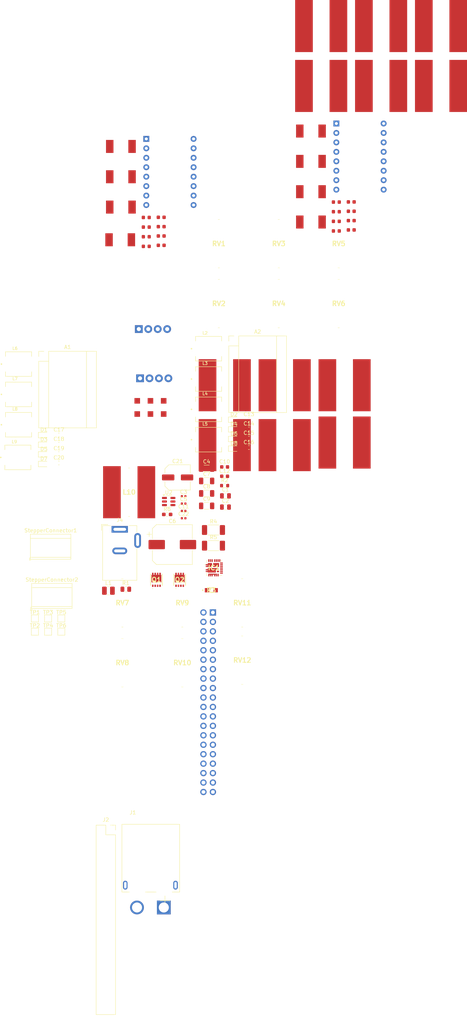
<source format=kicad_pcb>
(kicad_pcb (version 20240108) (generator "pcbnew") (generator_version "8.0")
  (layers (0 "F.Cu" signal) (1 "In1.Cu" signal) (2 "In2.Cu" signal) (31 "B.Cu" signal) (34 "B.Paste" user) (35 "F.Paste" user) (36 "B.SilkS" user "B.Silkscreen") (37 "F.SilkS" user "F.Silkscreen") (38 "B.Mask" user) (39 "F.Mask" user) (44 "Edge.Cuts" user))
  (net 0 "")
  (net 1 "GND")
  (net 2 "+3V3")
  (net 3 "Net-(A1-1A)")
  (net 4 "/+BATTV")
  (net 5 "Net-(A1-2A)")
  (net 6 "Net-(A1-1B)")
  (net 7 "/Step1")
  (net 8 "Net-(A1-2B)")
  (net 9 "/Dir1")
  (net 10 "/Step2")
  (net 11 "Net-(A2-1B)")
  (net 12 "/Dir2")
  (net 13 "Net-(A2-2A)")
  (net 14 "Net-(A2-1A)")
  (net 15 "Net-(A2-2B)")
  (net 16 "VCC")
  (net 17 "A_GND")
  (net 18 "/power/V_OUT")
  (net 19 "Net-(Q2-S_1)")
  (net 20 "/power/VDD")
  (net 21 "Net-(C11-Pad2)")
  (net 22 "/power/PHASE")
  (net 23 "/power/V_DRV")
  (net 24 "/StepperB/MB1")
  (net 25 "/StepperB/MA1")
  (net 26 "/StepperB/MA2")
  (net 27 "/StepperB/MB2")
  (net 28 "/StepperA/MB1")
  (net 29 "/StepperA/MA1")
  (net 30 "/StepperA/MA2")
  (net 31 "/StepperA/MB2")
  (net 32 "/power/+V_BUCK")
  (net 34 "/power/SW_6")
  (net 36 "/power/BOOT")
  (net 37 "Net-(IC1-FB)")
  (net 38 "Net-(IC1-_MODE_1)")
  (net 40 "Net-(IC1-MODE_2)")
  (net 59 "Net-(J2-ID_SC{slash}GPIO1)")
  (net 69 "Net-(Q1-G)")
  (net 80 "Net-(Q2-G)")
  (footprint "TestPoint:TestPoint_Pad_1.5x1.5mm" (layer "F.Cu") (at 187.575 99.335)
    (property "Reference" "TP2" (at 0 -1.648 0) (layer "F.SilkS"))
    (property "Value" "Step2")
    (pad "1" smd rect (at 27.5 -58.5) (size 1.5 1.5) (layers "F.Cu" "F.Mask") (net 10 "/Step2"))
  )
  (footprint "Module:Pololu_Breakout-16_15.2x20.3mm" (layer "F.Cu") (at 241.075 21.245)
    (property "Reference" "A2" (at 6.35 -2.54 0) (layer "F.SilkS"))
    (property "Value" "TMC2209BOB")
    (pad "1" thru_hole rect (at 27.5 -58.5) (size 1.6 1.6) (drill 0.8) (layers "*.Cu" "*.Mask") (net 1 "GND"))
    (pad "2" thru_hole oval (at 27.5 -55.96) (size 1.6 1.6) (drill 0.8) (layers "*.Cu" "*.Mask") (net 2 "+3V3"))
    (pad "3" thru_hole oval (at 27.5 -53.42) (size 1.6 1.6) (drill 0.8) (layers "*.Cu" "*.Mask") (net 15 "Net-(A2-2B)"))
    (pad "4" thru_hole oval (at 27.5 -50.88) (size 1.6 1.6) (drill 0.8) (layers "*.Cu" "*.Mask") (net 11 "Net-(A2-1B)"))
    (pad "5" thru_hole oval (at 27.5 -48.34) (size 1.6 1.6) (drill 0.8) (layers "*.Cu" "*.Mask") (net 14 "Net-(A2-1A)"))
    (pad "6" thru_hole oval (at 27.5 -45.8) (size 1.6 1.6) (drill 0.8) (layers "*.Cu" "*.Mask") (net 13 "Net-(A2-2A)"))
    (pad "7" thru_hole oval (at 27.5 -43.26) (size 1.6 1.6) (drill 0.8) (layers "*.Cu" "*.Mask") (net 1 "GND"))
    (pad "8" thru_hole oval (at 27.5 -40.72) (size 1.6 1.6) (drill 0.8) (layers "*.Cu" "*.Mask") (net 4 "/+BATTV"))
    (pad "9" thru_hole oval (at 40.2 -40.72) (size 1.6 1.6) (drill 0.8) (layers "*.Cu" "*.Mask") (net 1 "GND"))
    (pad "10" thru_hole oval (at 40.2 -43.26) (size 1.6 1.6) (drill 0.8) (layers "*.Cu" "*.Mask") (net 1 "GND"))
    (pad "11" thru_hole oval (at 40.2 -45.8) (size 1.6 1.6) (drill 0.8) (layers "*.Cu" "*.Mask") (net 1 "GND"))
    (pad "12" thru_hole oval (at 40.2 -48.34) (size 1.6 1.6) (drill 0.8) (layers "*.Cu" "*.Mask") (net 1 "GND"))
    (pad "13" thru_hole oval (at 40.2 -50.88) (size 1.6 1.6) (drill 0.8) (layers "*.Cu" "*.Mask") (net 1 "GND"))
    (pad "14" thru_hole oval (at 40.2 -53.42) (size 1.6 1.6) (drill 0.8) (layers "*.Cu" "*.Mask") (net 1 "GND"))
    (pad "15" thru_hole oval (at 40.2 -55.96) (size 1.6 1.6) (drill 0.8) (layers "*.Cu" "*.Mask") (net 10 "/Step2"))
    (pad "16" thru_hole oval (at 40.2 -58.5) (size 1.6 1.6) (drill 0.8) (layers "*.Cu" "*.Mask") (net 12 "/Dir2"))
  )
  (footprint "iclr:IND_FDSD0630-H-1R0M=P3" (layer "F.Cu") (at 183 52.5)
    (property "Reference" "L9" (at -0.96 -4.208 0) (layer "F.SilkS") (effects (font (size 0.8 0.8))))
    (property "Value" "80nH")
    (pad "1" smd rect (at 24.5 -58.5) (size 2 3.5) (layers "F.Cu" "F.Paste" "F.Mask") (net 8 "Net-(A1-2B)"))
    (pad "2" smd rect (at 30.5 -58.5) (size 2 3.5) (layers "F.Cu" "F.Paste" "F.Mask") (net 31 "/StepperA/MB2"))
  )
  (footprint "iclr:SDR1307A101K" (layer "F.Cu") (at 237 -4.95)
    (property "Reference" "RV1" (at 0 0 0) (layer "F.SilkS") (effects (font (size 1.27 1.27) (thickness 0.254))))
    (property "Value" "27V-c" (hide yes))
    (pad "1" smd rect (at 22.875 -58.5) (size 4.75 14) (layers "F.Cu" "F.Paste" "F.Mask") (net 24 "/StepperB/MB1"))
    (pad "2" smd rect (at 32.125 -58.5) (size 4.75 14) (layers "F.Cu" "F.Paste" "F.Mask") (net 25 "/StepperB/MA1"))
  )
  (footprint "Capacitor_SMD:C_0603_1608Metric" (layer "F.Cu") (at 194.01 53.99)
    (property "Reference" "C20" (at 0 -1.43 0) (layer "F.SilkS"))
    (property "Value" "470pF")
    (pad "1" smd roundrect (at 26.725 -58.5) (size 0.9 0.95) (layers "F.Cu" "F.Paste" "F.Mask") (net 31 "/StepperA/MB2"))
    (pad "2" smd roundrect (at 28.275 -58.5) (size 0.9 0.95) (layers "F.Cu" "F.Paste" "F.Mask") (net 1 "GND"))
  )
  (footprint "Capacitor_SMD:C_0402_1005Metric" (layer "F.Cu") (at 227.535 62.935)
    (property "Reference" "C3" (at 0 -1.16 0) (layer "F.SilkS"))
    (property "Value" "100nF")
    (pad "1" smd roundrect (at -0.48 0) (size 0.56 0.62) (layers "F.Cu" "F.Paste" "F.Mask") (net 17 "A_GND"))
    (pad "2" smd roundrect (at 0.48 0) (size 0.56 0.62) (layers "F.Cu" "F.Paste" "F.Mask") (net 16 "VCC"))
  )
  (footprint "Package_TO_SOT_SMD:TSOT-23-6" (layer "F.Cu") (at 223.525 64.35)
    (property "Reference" "U2" (at 0 -2.4 0) (layer "F.SilkS"))
    (property "Value" "LTC4412xS6")
    (pad "1" smd roundrect (at -1.1375 -0.95) (size 1.325 0.6) (layers "F.Cu" "F.Paste" "F.Mask") (net 4 "/+BATTV"))
    (pad "2" smd roundrect (at -1.1375 0) (size 1.325 0.6) (layers "F.Cu" "F.Paste" "F.Mask") (net 1 "GND"))
    (pad "3" smd roundrect (at -1.1375 0.95) (size 1.325 0.6) (layers "F.Cu" "F.Paste" "F.Mask") (net 1 "GND"))
    (pad "4" smd roundrect (at 1.1375 0.95) (size 1.325 0.6) (layers "F.Cu" "F.Paste" "F.Mask") (net 80 "Net-(Q2-G)"))
    (pad "5" smd roundrect (at 1.1375 0) (size 1.325 0.6) (layers "F.Cu" "F.Paste" "F.Mask") (net 69 "Net-(Q1-G)"))
    (pad "6" smd roundrect (at 1.1375 -0.95) (size 1.325 0.6) (layers "F.Cu" "F.Paste" "F.Mask") (net 16 "VCC"))
  )
  (footprint "Capacitor_SMD:C_0603_1608Metric" (layer "F.Cu") (at 245.075 44.835)
    (property "Reference" "C14" (at 0 -1.43 0) (layer "F.SilkS"))
    (property "Value" "470pF")
    (pad "1" smd roundrect (at 26.725 -58.5) (size 0.9 0.95) (layers "F.Cu" "F.Paste" "F.Mask") (net 25 "/StepperB/MA1"))
    (pad "2" smd roundrect (at 28.275 -58.5) (size 0.9 0.95) (layers "F.Cu" "F.Paste" "F.Mask") (net 1 "GND"))
  )
  (footprint "iclr:SDR1307A101K" (layer "F.Cu") (at 211.086 107.694)
    (property "Reference" "RV8" (at 0 0 0) (layer "F.SilkS") (effects (font (size 1.27 1.27) (thickness 0.254))))
    (property "Value" "27V-c" (hide yes))
    (pad "1" smd rect (at 22.875 -58.5) (size 4.75 14) (layers "F.Cu" "F.Paste" "F.Mask") (net 30 "/StepperA/MA2"))
    (pad "2" smd rect (at 32.125 -58.5) (size 4.75 14) (layers "F.Cu" "F.Paste" "F.Mask") (net 31 "/StepperA/MB2"))
  )
  (footprint "iclr:ERJHP6D1000V" (layer "F.Cu") (at 234.98 88.195)
    (property "Reference" "R3" (at 0 0 0) (layer "F.SilkS") (effects (font (size 1.27 1.27) (thickness 0.254))))
    (property "Value" "73.2kΩ" (hide yes))
    (pad "1" smd rect (at -1.175 0) (size 1.15 1.15) (layers "F.Cu" "F.Paste" "F.Mask") (net 37 "Net-(IC1-FB)"))
    (pad "2" smd rect (at 1.175 0) (size 1.15 1.15) (layers "F.Cu" "F.Paste" "F.Mask") (net 18 "/power/V_OUT"))
  )
  (footprint "iclr:PXP01230QLJ" (layer "F.Cu") (at 220.225 85.4)
    (property "Reference" "Q1" (at 0 0 0) (layer "F.SilkS") (effects (font (size 1.27 1.27) (thickness 0.254))))
    (property "Value" "PXP012-30QLJ" (hide yes))
    (pad "1" smd rect (at -0.975 1.6) (size 0.4 0.6) (layers "F.Cu" "F.Paste" "F.Mask") (net 4 "/+BATTV"))
    (pad "2" smd rect (at -0.325 1.6) (size 0.4 0.6) (layers "F.Cu" "F.Paste" "F.Mask"))
    (pad "3" smd rect (at 0.325 1.6) (size 0.4 0.6) (layers "F.Cu" "F.Paste" "F.Mask"))
    (pad "4" smd rect (at 0.975 1.6) (size 0.4 0.6) (layers "F.Cu" "F.Paste" "F.Mask") (net 69 "Net-(Q1-G)"))
    (pad "5" smd rect (at 0.975 -1.625) (size 0.4 0.55) (layers "F.Cu" "F.Paste" "F.Mask"))
    (pad "6" smd rect (at 0.325 -1.625) (size 0.4 0.55) (layers "F.Cu" "F.Paste" "F.Mask"))
    (pad "7" smd rect (at -0.325 -1.625) (size 0.4 0.55) (layers "F.Cu" "F.Paste" "F.Mask"))
    (pad "8" smd rect (at -0.975 -1.625) (size 0.4 0.55) (layers "F.Cu" "F.Paste" "F.Mask") (net 16 "VCC"))
    (pad "9" smd rect (at 0 -0.335 90) (size 2.03 2.65) (layers "F.Cu" "F.Paste" "F.Mask"))
  )
  (footprint "iclr:IND_FDSD0630-H-1R0M=P3" (layer "F.Cu") (at 183.185 43.71)
    (property "Reference" "L8" (at -0.96 -4.208 0) (layer "F.SilkS") (effects (font (size 0.8 0.8))))
    (property "Value" "80nH")
    (pad "1" smd rect (at 24.5 -58.5) (size 2 3.5) (layers "F.Cu" "F.Paste" "F.Mask") (net 5 "Net-(A1-2A)"))
    (pad "2" smd rect (at 30.5 -58.5) (size 2 3.5) (layers "F.Cu" "F.Paste" "F.Mask") (net 30 "/StepperA/MA2"))
  )
  (footprint "TerminalBlock_TE-Connectivity:TerminalBlock_TE_282834-4_1x04_P2.54mm_Horizontal" (layer "F.Cu") (at 188 76.5)
    (property "Reference" "StepperConnector1" (at 3.81 -4.37 0) (layer "F.SilkS"))
    (property "Value" "Screw_Terminal_01x04")
    (pad "1" thru_hole rect (at 27.5 -58.5) (size 2.1 2.1) (drill 1.1) (layers "*.Cu" "*.Mask") (net 30 "/StepperA/MA2"))
    (pad "2" thru_hole circle (at 30.04 -58.5) (size 2.1 2.1) (drill 1.1) (layers "*.Cu" "*.Mask") (net 31 "/StepperA/MB2"))
    (pad "3" thru_hole circle (at 32.58 -58.5) (size 2.1 2.1) (drill 1.1) (layers "*.Cu" "*.Mask") (net 29 "/StepperA/MA1"))
    (pad "4" thru_hole circle (at 35.12 -58.5) (size 2.1 2.1) (drill 1.1) (layers "*.Cu" "*.Mask") (net 28 "/StepperA/MB1"))
  )
  (footprint "Capacitor_SMD:C_Elec_6.3x5.4" (layer "F.Cu") (at 225.925 57.875)
    (property "Reference" "C21" (at 0 -4.35 0) (layer "F.SilkS"))
    (property "Value" "100uF")
    (pad "1" smd roundrect (at -2.5375 0) (size 3.325 1.6) (layers "F.Cu" "F.Paste" "F.Mask") (roundrect_rratio 0.15625) (net 32 "/power/+V_BUCK"))
    (pad "2" smd roundrect (at 2.5375 0) (size 3.325 1.6) (layers "F.Cu" "F.Paste" "F.Mask") (roundrect_rratio 0.15625) (net 1 "GND"))
  )
  (footprint "iclr:AMASS_XT60PW-M" (layer "F.Cu") (at 218.711 161.469)
    (property "Reference" "J1" (at -4.8236 -13.51498 0) (layer "F.SilkS") (effects (font (size 1.000441 1.000441))))
    (property "Value" "XT60PW-M")
    (pad "1" thru_hole rect (at 3.5 12) (size 3.716 3.716) (drill 2.7) (layers "*.Cu" "*.Mask") (net 4 "/+BATTV"))
    (pad "2" thru_hole circle (at -3.7 12) (size 3.716 3.716) (drill 2.7) (layers "*.Cu" "*.Mask") (net 1 "GND"))
    (pad "S1" thru_hole oval (at 6.65 6) (size 1.2 2.4) (drill oval 0.6 1.7) (layers "*.Cu" "*.Mask"))
    (pad "S2" thru_hole oval (at -6.85 6) (size 1.2 2.4) (drill oval 0.6 1.7) (layers "*.Cu" "*.Mask"))
  )
  (footprint "Diode_SMD:D_0603_1608Metric" (layer "F.Cu") (at 241.065 44.955)
    (property "Reference" "D4" (at 0 -1.43 0) (layer "F.SilkS"))
    (property "Value" "27V")
    (pad "1" smd roundrect (at 26.7125 -58.5) (size 0.875 0.95) (layers "F.Cu" "F.Paste" "F.Mask") (net 26 "/StepperB/MA2"))
    (pad "2" smd roundrect (at 28.2875 -58.5) (size 0.875 0.95) (layers "F.Cu" "F.Paste" "F.Mask") (net 1 "GND"))
  )
  (footprint "Capacitor_SMD:C_1206_3216Metric" (layer "F.Cu") (at 233.725 65.525)
    (property "Reference" "C9" (at 0 -1.85 0) (layer "F.SilkS"))
    (property "Value" "47uF")
    (pad "1" smd roundrect (at -1.475 0) (size 1.15 1.8) (layers "F.Cu" "F.Paste" "F.Mask") (roundrect_rratio 0.217391) (net 18 "/power/V_OUT"))
    (pad "2" smd roundrect (at 1.475 0) (size 1.15 1.8) (layers "F.Cu" "F.Paste" "F.Mask") (roundrect_rratio 0.217391) (net 1 "GND"))
  )
  (footprint "iclr:SDR1307A101K" (layer "F.Cu") (at 253.1 -4.95)
    (property "Reference" "RV3" (at 0 0 0) (layer "F.SilkS") (effects (font (size 1.27 1.27) (thickness 0.254))))
    (property "Value" "27V-c" (hide yes))
    (pad "1" smd rect (at 22.875 -58.5) (size 4.75 14) (layers "F.Cu" "F.Paste" "F.Mask") (net 1 "GND"))
    (pad "2" smd rect (at 32.125 -58.5) (size 4.75 14) (layers "F.Cu" "F.Paste" "F.Mask") (net 24 "/StepperB/MB1"))
  )
  (footprint "iclr:PXP01230QLJ" (layer "F.Cu") (at 226.475 85.4)
    (property "Reference" "Q2" (at 0 0 0) (layer "F.SilkS") (effects (font (size 1.27 1.27) (thickness 0.254))))
    (property "Value" "PXP012-30QLJ" (hide yes))
    (pad "1" smd rect (at -0.975 1.6) (size 0.4 0.6) (layers "F.Cu" "F.Paste" "F.Mask") (net 19 "Net-(Q2-S_1)"))
    (pad "2" smd rect (at -0.325 1.6) (size 0.4 0.6) (layers "F.Cu" "F.Paste" "F.Mask"))
    (pad "3" smd rect (at 0.325 1.6) (size 0.4 0.6) (layers "F.Cu" "F.Paste" "F.Mask"))
    (pad "4" smd rect (at 0.975 1.6) (size 0.4 0.6) (layers "F.Cu" "F.Paste" "F.Mask") (net 80 "Net-(Q2-G)"))
    (pad "5" smd rect (at 0.975 -1.625) (size 0.4 0.55) (layers "F.Cu" "F.Paste" "F.Mask"))
    (pad "6" smd rect (at 0.325 -1.625) (size 0.4 0.55) (layers "F.Cu" "F.Paste" "F.Mask"))
    (pad "7" smd rect (at -0.325 -1.625) (size 0.4 0.55) (layers "F.Cu" "F.Paste" "F.Mask"))
    (pad "8" smd rect (at -0.975 -1.625) (size 0.4 0.55) (layers "F.Cu" "F.Paste" "F.Mask") (net 16 "VCC"))
    (pad "9" smd rect (at 0 -0.335 90) (size 2.03 2.65) (layers "F.Cu" "F.Paste" "F.Mask"))
  )
  (footprint "Capacitor_SMD:C_0603_1608Metric" (layer "F.Cu") (at 238.555 57.565)
    (property "Reference" "C12" (at 0 -1.43 0) (layer "F.SilkS"))
    (property "Value" "2.2uF")
    (pad "1" smd roundrect (at -0.775 0) (size 0.9 0.95) (layers "F.Cu" "F.Paste" "F.Mask") (net 23 "/power/V_DRV"))
    (pad "2" smd roundrect (at 0.775 0) (size 0.9 0.95) (layers "F.Cu" "F.Paste" "F.Mask") (net 1 "GND"))
  )
  (footprint "TestPoint:TestPoint_Pad_1.5x1.5mm" (layer "F.Cu") (at 191.125 99.335)
    (property "Reference" "TP4" (at 0 -1.648 0) (layer "F.SilkS"))
    (property "Value" "Dir2")
    (pad "1" smd rect (at 27.5 -58.5) (size 1.5 1.5) (layers "F.Cu" "F.Mask") (net 12 "/Dir2"))
  )
  (footprint "iclr:IND_FDSD0630-H-1R0M=P3" (layer "F.Cu") (at 234.25 39.575)
    (property "Reference" "L4" (at -0.96 -4.208 0) (layer "F.SilkS") (effects (font (size 0.8 0.8))))
    (property "Value" "80nH")
    (pad "1" smd rect (at 24.5 -58.5) (size 2 3.5) (layers "F.Cu" "F.Paste" "F.Mask") (net 13 "Net-(A2-2A)"))
    (pad "2" smd rect (at 30.5 -58.5) (size 2 3.5) (layers "F.Cu" "F.Paste" "F.Mask") (net 26 "/StepperB/MA2"))
  )
  (footprint "TestPoint:TestPoint_Pad_1.5x1.5mm" (layer "F.Cu") (at 194.675 99.335)
    (property "Reference" "TP6" (at 0 -1.648 0) (layer "F.SilkS"))
    (property "Value" "SCL_EEPROM")
    (pad "1" smd rect (at 27.5 -58.5) (size 1.5 1.5) (layers "F.Cu" "F.Mask"))
  )
  (footprint "Capacitor_SMD:C_1206_3216Metric" (layer "F.Cu") (at 233.725 58.825)
    (property "Reference" "C7" (at 0 -1.85 0) (layer "F.SilkS"))
    (property "Value" "47uF")
    (pad "1" smd roundrect (at -1.475 0) (size 1.15 1.8) (layers "F.Cu" "F.Paste" "F.Mask") (roundrect_rratio 0.217391) (net 18 "/power/V_OUT"))
    (pad "2" smd roundrect (at 1.475 0) (size 1.15 1.8) (layers "F.Cu" "F.Paste" "F.Mask") (roundrect_rratio 0.217391) (net 1 "GND"))
  )
  (footprint "Capacitor_SMD:C_1206_3216Metric" (layer "F.Cu") (at 233.725 62.175)
    (property "Reference" "C8" (at 0 -1.85 0) (layer "F.SilkS"))
    (property "Value" "47uF")
    (pad "1" smd roundrect (at -1.475 0) (size 1.15 1.8) (layers "F.Cu" "F.Paste" "F.Mask") (roundrect_rratio 0.217391) (net 18 "/power/V_OUT"))
    (pad "2" smd roundrect (at 1.475 0) (size 1.15 1.8) (layers "F.Cu" "F.Paste" "F.Mask") (roundrect_rratio 0.217391) (net 1 "GND"))
  )
  (footprint "Connector_BarrelJack:BarrelJack_Wuerth_6941xx301002" (layer "F.Cu") (at 210.375 71.825)
    (property "Reference" "J4" (at 0 -2.5 0) (layer "F.SilkS"))
    (property "Value" "Barrel_Jack_Switch")
    (pad "1" thru_hole rect (at 0 0) (size 4.4 1.8) (drill oval 3.4 0.8) (layers "*.Cu" "*.Mask") (net 19 "Net-(Q2-S_1)"))
    (pad "2" thru_hole oval (at 0 5.8) (size 4 1.8) (drill oval 3 0.8) (layers "*.Cu" "*.Mask") (net 1 "GND"))
    (pad "3" thru_hole oval (at 4.8 3 90) (size 4 1.8) (drill oval 3 0.8) (layers "*.Cu" "*.Mask"))
  )
  (footprint "iclr:SDR1307A101K" (layer "F.Cu") (at 269.2 -4.95)
    (property "Reference" "RV5" (at 0 0 0) (layer "F.SilkS") (effects (font (size 1.27 1.27) (thickness 0.254))))
    (property "Value" "27V-c" (hide yes))
    (pad "1" smd rect (at 22.875 -58.5) (size 4.75 14) (layers "F.Cu" "F.Paste" "F.Mask") (net 1 "GND"))
    (pad "2" smd rect (at 32.125 -58.5) (size 4.75 14) (layers "F.Cu" "F.Paste" "F.Mask") (net 26 "/StepperB/MA2"))
  )
  (footprint "Capacitor_SMD:C_0402_1005Metric" (layer "F.Cu") (at 227.535 66.875)
    (property "Reference" "C11" (at 0 -1.16 0) (layer "F.SilkS"))
    (property "Value" "0.1uF")
    (pad "1" smd roundrect (at -0.48 0) (size 0.56 0.62) (layers "F.Cu" "F.Paste" "F.Mask") (net 22 "/power/PHASE"))
    (pad "2" smd roundrect (at 0.48 0) (size 0.56 0.62) (layers "F.Cu" "F.Paste" "F.Mask") (net 21 "Net-(C11-Pad2)"))
  )
  (footprint "iclr:IND_FDSD0630-H-1R0M=P3" (layer "F.Cu") (at 183.185 27.41)
    (property "Reference" "L6" (at -0.96 -4.208 0) (layer "F.SilkS") (effects (font (size 0.8 0.8))))
    (property "Value" "80nH")
    (pad "1" smd rect (at 24.5 -58.5) (size 2 3.5) (layers "F.Cu" "F.Paste" "F.Mask") (net 6 "Net-(A1-1B)"))
    (pad "2" smd rect (at 30.5 -58.5) (size 2 3.5) (layers "F.Cu" "F.Paste" "F.Mask") (net 28 "/StepperA/MB1"))
  )
  (footprint "Capacitor_SMD:C_0805_2012Metric" (layer "F.Cu") (at 238.775 62.835)
    (property "Reference" "C1" (at 0 -1.68 0) (layer "F.SilkS"))
    (property "Value" "22uF")
    (pad "1" smd roundrect (at -0.95 0) (size 1 1.45) (layers "F.Cu" "F.Paste" "F.Mask") (net 16 "VCC"))
    (pad "2" smd roundrect (at 0.95 0) (size 1 1.45) (layers "F.Cu" "F.Paste" "F.Mask") (net 1 "GND"))
  )
  (footprint "Capacitor_SMD:C_0402_1005Metric" (layer "F.Cu") (at 227.535 64.905)
    (property "Reference" "C5" (at 0 -1.16 0) (layer "F.SilkS"))
    (property "Value" "0.1uF")
    (pad "1" smd roundrect (at -0.48 0) (size 0.56 0.62) (layers "F.Cu" "F.Paste" "F.Mask") (net 19 "Net-(Q2-S_1)"))
    (pad "2" smd roundrect (at 0.48 0) (size 0.56 0.62) (layers "F.Cu" "F.Paste" "F.Mask") (net 1 "GND"))
  )
  (footprint "Diode_SMD:D_0603_1608Metric" (layer "F.Cu") (at 241.065 42.365)
    (property "Reference" "D2" (at 0 -1.43 0) (layer "F.SilkS"))
    (property "Value" "27V")
    (pad "1" smd roundrect (at 26.7125 -58.5) (size 0.875 0.95) (layers "F.Cu" "F.Paste" "F.Mask") (net 27 "/StepperB/MB2"))
    (pad "2" smd roundrect (at 28.2875 -58.5) (size 0.875 0.95) (layers "F.Cu" "F.Paste" "F.Mask") (net 1 "GND"))
  )
  (footprint "Connector_PinSocket_2.54mm:PinSocket_2x20_P2.54mm_Vertical" (layer "F.Cu") (at 207.901 152.669)
    (property "Reference" "J2" (at -1.27 -2.77 0) (layer "F.SilkS"))
    (property "Value" "Raspberry_Pi_2_3")
    (pad "1" thru_hole rect (at 27.5 -58.5) (size 1.7 1.7) (drill 1) (layers "*.Cu" "*.Mask") (net 2 "+3V3"))
    (pad "2" thru_hole oval (at 24.96 -58.5) (size 1.7 1.7) (drill 1) (layers "*.Cu" "*.Mask") (net 32 "/power/+V_BUCK"))
    (pad "3" thru_hole oval (at 27.5 -55.96) (size 1.7 1.7) (drill 1) (layers "*.Cu" "*.Mask"))
    (pad "4" thru_hole oval (at 24.96 -55.96) (size 1.7 1.7) (drill 1) (layers "*.Cu" "*.Mask") (net 32 "/power/+V_BUCK"))
    (pad "5" thru_hole oval (at 27.5 -53.42) (size 1.7 1.7) (drill 1) (layers "*.Cu" "*.Mask"))
    (pad "6" thru_hole oval (at 24.96 -53.42) (size 1.7 1.7) (drill 1) (layers "*.Cu" "*.Mask") (net 1 "GND"))
    (pad "7" thru_hole oval (at 27.5 -50.88) (size 1.7 1.7) (drill 1) (layers "*.Cu" "*.Mask"))
    (pad "8" thru_hole oval (at 24.96 -50.88) (size 1.7 1.7) (drill 1) (layers "*.Cu" "*.Mask"))
    (pad "9" thru_hole oval (at 27.5 -48.34) (size 1.7 1.7) (drill 1) (layers "*.Cu" "*.Mask") (net 1 "GND"))
    (pad "10" thru_hole oval (at 24.96 -48.34) (size 1.7 1.7) (drill 1) (layers "*.Cu" "*.Mask"))
    (pad "11" thru_hole oval (at 27.5 -45.8) (size 1.7 1.7) (drill 1) (layers "*.Cu" "*.Mask"))
    (pad "12" thru_hole oval (at 24.96 -45.8) (size 1.7 1.7) (drill 1) (layers "*.Cu" "*.Mask"))
    (pad "13" thru_hole oval (at 27.5 -43.26) (size 1.7 1.7) (drill 1) (layers "*.Cu" "*.Mask"))
    (pad "14" thru_hole oval (at 24.96 -43.26) (size 1.7 1.7) (drill 1) (layers "*.Cu" "*.Mask") (net 1 "GND"))
    (pad "15" thru_hole oval (at 27.5 -40.72) (size 1.7 1.7) (drill 1) (layers "*.Cu" "*.Mask") (net 7 "/Step1"))
    (pad "16" thru_hole oval (at 24.96 -40.72) (size 1.7 1.7) (drill 1) (layers "*.Cu" "*.Mask") (net 10 "/Step2"))
    (pad "17" thru_hole oval (at 27.5 -38.18) (size 1.7 1.7) (drill 1) (layers "*.Cu" "*.Mask") (net 2 "+3V3"))
    (pad "18" thru_hole oval (at 24.96 -38.18) (size 1.7 1.7) (drill 1) (layers "*.Cu" "*.Mask") (net 9 "/Dir1"))
    (pad "19" thru_hole oval (at 27.5 -35.64) (size 1.7 1.7) (drill 1) (layers "*.Cu" "*.Mask"))
    (pad "20" thru_hole oval (at 24.96 -35.64) (size 1.7 1.7) (drill 1) (layers "*.Cu" "*.Mask") (net 1 "GND"))
    (pad "21" thru_hole oval (at 27.5 -33.1) (size 1.7 1.7) (drill 1) (layers "*.Cu" "*.Mask"))
    (pad "22" thru_hole oval (at 24.96 -33.1) (size 1.7 1.7) (drill 1) (layers "*.Cu" "*.Mask") (net 12 "/Dir2"))
    (pad "23" thru_hole oval (at 27.5 -30.56) (size 1.7 1.7) (drill 1) (layers "*.Cu" "*.Mask"))
    (pad "24" thru_hole oval (at 24.96 -30.56) (size 1.7 1.7) (drill 1) (layers "*.Cu" "*.Mask"))
    (pad "25" thru_hole oval (at 27.5 -28.02) (size 1.7 1.7) (drill 1) (layers "*.Cu" "*.Mask") (net 1 "GND"))
    (pad "26" thru_hole oval (at 24.96 -28.02) (size 1.7 1.7) (drill 1) (layers "*.Cu" "*.Mask"))
    (pad "27" thru_hole oval (at 27.5 -25.48) (size 1.7 1.7) (drill 1) (layers "*.Cu" "*.Mask") (net 59 "Net-(J2-ID_SC{slash}GPIO1)"))
    (pad "28" thru_hole oval (at 24.96 -25.48) (size 1.7 1.7) (drill 1) (layers "*.Cu" "*.Mask") (net 59 "Net-(J2-ID_SC{slash}GPIO1)"))
    (pad "29" thru_hole oval (at 27.5 -22.94) (size 1.7 1.7) (drill 1) (layers "*.Cu" "*.Mask"))
    (pad "30" thru_hole oval (at 24.96 -22.94) (size 1.7 1.7) (drill 1) (layers "*.Cu" "*.Mask") (net 1 "GND"))
    (pad "31" thru_hole oval (at 27.5 -20.4) (size 1.7 1.7) (drill 1) (layers "*.Cu" "*.Mask"))
    (pad "32" thru_hole oval (at 24.96 -20.4) (size 1.7 1.7) (drill 1) (layers "*.Cu" "*.Mask"))
    (pad "33" thru_hole oval (at 27.5 -17.86) (size 1.7 1.7) (drill 1) (layers "*.Cu" "*.Mask"))
    (pad "34" thru_hole oval (at 24.96 -17.86) (size 1.7 1.7) (drill 1) (layers "*.Cu" "*.Mask") (net 1 "GND"))
    (pad "35" thru_hole oval (at 27.5 -15.32) (size 1.7 1.7) (drill 1) (layers "*.Cu" "*.Mask"))
    (pad "36" thru_hole oval (at 24.96 -15.32) (size 1.7 1.7) (drill 1) (layers "*.Cu" "*.Mask"))
    (pad "37" thru_hole oval (at 27.5 -12.78) (size 1.7 1.7) (drill 1) (layers "*.Cu" "*.Mask"))
    (pad "38" thru_hole oval (at 24.96 -12.78) (size 1.7 1.7) (drill 1) (layers "*.Cu" "*.Mask"))
    (pad "39" thru_hole oval (at 27.5 -10.24) (size 1.7 1.7) (drill 1) (layers "*.Cu" "*.Mask") (net 1 "GND"))
    (pad "40" thru_hole oval (at 24.96 -10.24) (size 1.7 1.7) (drill 1) (layers "*.Cu" "*.Mask"))
  )
  (footprint "Capacitor_SMD:CP_Elec_10x12.5" (layer "F.Cu") (at 224.51 75.925)
    (property "Reference" "C6" (at 0 -6.3 0) (layer "F.SilkS"))
    (property "Value" "150uF")
    (pad "1" smd roundrect (at -4.2 0) (size 4.4 2.5) (layers "F.Cu" "F.Paste" "F.Mask") (roundrect_rratio 0.1) (net 16 "VCC"))
    (pad "2" smd roundrect (at 4.2 0) (size 4.4 2.5) (layers "F.Cu" "F.Paste" "F.Mask") (roundrect_rratio 0.1) (net 1 "GND"))
  )
  (footprint "iclr:SDR1307A101K" (layer "F.Cu") (at 227.186 107.694)
    (property "Reference" "RV10" (at 0 0 0) (layer "F.SilkS") (effects (font (size 1.27 1.27) (thickness 0.254))))
    (property "Value" "27V-c" (hide yes))
    (pad "1" smd rect (at 22.875 -58.5) (size 4.75 14) (layers "F.Cu" "F.Paste" "F.Mask") (net 29 "/StepperA/MA1"))
    (pad "2" smd rect (at 32.125 -58.5) (size 4.75 14) (layers "F.Cu" "F.Paste" "F.Mask") (net 1 "GND"))
  )
  (footprint "Diode_SMD:D_0603_1608Metric" (layer "F.Cu") (at 241.065 50.135)
    (property "Reference" "D8" (at 0 -1.43 0) (layer "F.SilkS"))
    (property "Value" "27V")
    (pad "1" smd roundrect (at 26.7125 -58.5) (size 0.875 0.95) (layers "F.Cu" "F.Paste" "F.Mask") (net 24 "/StepperB/MB1"))
    (pad "2" smd roundrect (at 28.2875 -58.5) (size 0.875 0.95) (layers "F.Cu" "F.Paste" "F.Mask") (net 1 "GND"))
  )
  (footprint "iclr:SiC437BEDT1GE3" (layer "F.Cu") (at 235.73 82.238)
    (property "Reference" "IC1" (at -0.078 -0.068 0) (layer "F.SilkS") (effects (font (size 1.27 1.27) (thickness 0.254))))
    (property "Value" "SiC437BED-T1-GE3" (hide yes))
    (pad "1" smd rect (at -1.981 -0.894 90) (size 0.3 0.55) (layers "F.Cu" "F.Paste" "F.Mask") (net 16 "VCC"))
    (pad "2" smd rect (at -1.981 -0.444 90) (size 0.3 0.55) (layers "F.Cu" "F.Paste" "F.Mask") (net 16 "VCC"))
    (pad "3" smd rect (at -1.981 0.456 90) (size 0.3 0.55) (layers "F.Cu" "F.Paste" "F.Mask") (net 1 "GND"))
    (pad "4" smd rect (at -1.981 0.906 90) (size 0.3 0.55) (layers "F.Cu" "F.Paste" "F.Mask") (net 1 "GND"))
    (pad "5" smd rect (at -1.431 2.006) (size 0.3 0.45) (layers "F.Cu" "F.Paste" "F.Mask") (net 34 "/power/SW_6"))
    (pad "6" smd rect (at -0.981 2.006) (size 0.3 0.45) (layers "F.Cu" "F.Paste" "F.Mask") (net 34 "/power/SW_6"))
    (pad "7" smd rect (at -0.531 2.006) (size 0.3 0.45) (layers "F.Cu" "F.Paste" "F.Mask") (net 34 "/power/SW_6"))
    (pad "8" smd rect (at 0.169 2.006) (size 0.3 0.45) (layers "F.Cu" "F.Paste" "F.Mask") (net 34 "/power/SW_6"))
    (pad "9" smd rect (at 0.619 2.006) (size 0.3 0.45) (layers "F.Cu" "F.Paste" "F.Mask") (net 34 "/power/SW_6"))
    (pad "10" smd rect (at 1.069 1.869) (size 0.3 0.725) (layers "F.Cu" "F.Paste" "F.Mask"))
    (pad "11" smd rect (at 1.981 1.356 90) (size 0.3 0.725) (layers "F.Cu" "F.Paste" "F.Mask"))
    (pad "12" smd rect (at 1.981 0.906 90) (size 0.3 0.725) (layers "F.Cu" "F.Paste" "F.Mask") (net 23 "/power/V_DRV"))
    (pad "13" smd rect (at 1.981 0.456 90) (size 0.3 0.725) (layers "F.Cu" "F.Paste" "F.Mask") (net 1 "GND"))
    (pad "14" smd rect (at 1.981 0.006 90) (size 0.3 0.725) (layers "F.Cu" "F.Paste" "F.Mask") (net 20 "/power/VDD"))
    (pad "15" smd rect (at 1.981 -0.444 90) (size 0.3 0.725) (layers "F.Cu" "F.Paste" "F.Mask") (net 20 "/power/VDD"))
    (pad "16" smd rect (at 1.981 -0.894 90) (size 0.3 0.725) (layers "F.Cu" "F.Paste" "F.Mask") (net 17 "A_GND"))
    (pad "17" smd rect (at 1.981 -1.344 90) (size 0.3 0.725) (layers "F.Cu" "F.Paste" "F.Mask") (net 37 "Net-(IC1-FB)"))
    (pad "18" smd rect (at 1.519 -2.006) (size 0.3 0.725) (layers "F.Cu" "F.Paste" "F.Mask") (net 18 "/power/V_OUT"))
    (pad "19" smd rect (at 1.069 -2.006) (size 0.3 0.725) (layers "F.Cu" "F.Paste" "F.Mask") (net 20 "/power/VDD"))
    (pad "20" smd rect (at 0.619 -2.006) (size 0.3 0.725) (layers "F.Cu" "F.Paste" "F.Mask") (net 40 "Net-(IC1-MODE_2)"))
    (pad "21" smd rect (at 0.169 -2.006) (size 0.3 0.725) (layers "F.Cu" "F.Paste" "F.Mask") (net 38 "Net-(IC1-_MODE_1)"))
    (pad "22" smd rect (at -0.531 -2.006) (size 0.3 0.725) (layers "F.Cu" "F.Paste" "F.Mask"))
    (pad "23" smd rect (at -0.981 -2.006) (size 0.3 0.725) (layers "F.Cu" "F.Paste" "F.Mask") (net 36 "/power/BOOT"))
    (pad "24" smd rect (at -1.431 -2.006) (size 0.3 0.725) (layers "F.Cu" "F.Paste" "F.Mask") (net 22 "/power/PHASE"))
    (pad "25" smd rect (at 0.531 -0.819 90) (size 1.05 1.575) (layers "F.Cu" "F.Paste" "F.Mask") (net 17 "A_GND"))
    (pad "26" smd rect (at -1.131 -0.819 90) (size 1.05 1.15) (layers "F.Cu" "F.Paste" "F.Mask"))
    (pad "27" smd rect (at -0.619 0.606 90) (size 1.2 2.175) (layers "F.Cu" "F.Paste" "F.Mask") (net 1 "GND"))
    (pad "28" smd rect (at 1.029 0.921 90) (size 0.38 0.58) (layers "F.Cu" "F.Paste" "F.Mask"))
    (pad "29" smd rect (at 0.794 0.234 90) (size 0.455 0.65) (layers "F.Cu" "F.Paste" "F.Mask") (net 1 "GND"))
    (pad "30" smd rect (at -0.406 1.644 90) (size 0.275 2.35) (layers "F.Cu" "F.Paste" "F.Mask") (net 34 "/power/SW_6"))
  )
  (footprint "Capacitor_SMD:C_0603_1608Metric" (layer "F.Cu") (at 238.555 55.055)
    (property "Reference" "C10" (at 0 -1.43 0) (layer "F.SilkS"))
    (property "Value" "1uF")
    (pad "1" smd roundrect (at -0.775 0) (size 0.9 0.95) (layers "F.Cu" "F.Paste" "F.Mask") (net 20 "/power/VDD"))
    (pad "2" smd roundrect (at 0.775 0) (size 0.9 0.95) (layers "F.Cu" "F.Paste" "F.Mask") (net 17 "A_GND"))
  )
  (footprint "Resistor_SMD:R_0603_1608Metric" (layer "F.Cu") (at 238.555 60.075)
    (property "Reference" "R2" (at 0 -1.43 0) (layer "F.SilkS"))
    (property "Value" "470k")
    (pad "1" smd roundrect (at -0.825 0) (size 0.8 0.95) (layers "F.Cu" "F.Paste" "F.Mask") (net 80 "Net-(Q2-G)"))
    (pad "2" smd roundrect (at 0.825 0) (size 0.8 0.95) (layers "F.Cu" "F.Paste" "F.Mask") (net 16 "VCC"))
  )
  (footprint "iclr:IND_FDSD0630-H-1R0M=P3" (layer "F.Cu") (at 234.25 47.725)
    (property "Reference" "L5" (at -0.96 -4.208 0) (layer "F.SilkS") (effects (font (size 0.8 0.8))))
    (property "Value" "80nH")
    (pad "1" smd rect (at 24.5 -58.5) (size 2 3.5) (layers "F.Cu" "F.Paste" "F.Mask") (net 15 "Net-(A2-2B)"))
    (pad "2" smd rect (at 30.5 -58.5) (size 2 3.5) (layers "F.Cu" "F.Paste" "F.Mask") (net 27 "/StepperB/MB2"))
  )
  (footprint "Diode_SMD:D_0603_1608Metric" (layer "F.Cu") (at 190 49.09)
    (property "Reference" "D3" (at 0 -1.43 0) (layer "F.SilkS"))
    (property "Value" "27V")
    (pad "1" smd roundrect (at 26.7125 -58.5) (size 0.875 0.95) (layers "F.Cu" "F.Paste" "F.Mask") (net 30 "/StepperA/MA2"))
    (pad "2" smd roundrect (at 28.2875 -58.5) (size 0.875 0.95) (layers "F.Cu" "F.Paste" "F.Mask") (net 1 "GND"))
  )
  (footprint "Resistor_SMD:R_2010_5025Metric_Pad1.40x2.65mm_HandSolder" (layer "F.Cu") (at 235.555 72.005)
    (property "Reference" "R4" (at 0 -2.28 0) (layer "F.SilkS"))
    (property "Value" "100kΩ")
    (pad "1" smd roundrect (at -2.4 0) (size 1.4 2.65) (layers "F.Cu" "F.Paste" "F.Mask") (roundrect_rratio 0.178571) (net 40 "Net-(IC1-MODE_2)"))
    (pad "2" smd roundrect (at 2.4 0) (size 1.4 2.65) (layers "F.Cu" "F.Paste" "F.Mask") (roundrect_rratio 0.178571) (net 20 "/power/VDD"))
  )
  (footprint "iclr:SDR1307A101K" (layer "F.Cu") (at 243.286 91.594)
    (property "Reference" "RV11" (at 0 0 0) (layer "F.SilkS") (effects (font (size 1.27 1.27) (thickness 0.254))))
    (property "Value" "27V-c" (hide yes))
    (pad "1" smd rect (at 22.875 -58.5) (size 4.75 14) (layers "F.Cu" "F.Paste" "F.Mask") (net 1 "GND"))
    (pad "2" smd rect (at 32.125 -58.5) (size 4.75 14) (layers "F.Cu" "F.Paste" "F.Mask") (net 30 "/StepperA/MA2"))
  )
  (footprint "Capacitor_SMD:C_0603_1608Metric" (layer "F.Cu") (at 245.075 42.325)
    (property "Reference" "C13" (at 0 -1.43 0) (layer "F.SilkS"))
    (property "Value" "470pF")
    (pad "1" smd roundrect (at 26.725 -58.5) (size 0.9 0.95) (layers "F.Cu" "F.Paste" "F.Mask") (net 1 "GND"))
    (pad "2" smd roundrect (at 28.275 -58.5) (size 0.9 0.95) (layers "F.Cu" "F.Paste" "F.Mask") (net 24 "/StepperB/MB1"))
  )
  (footprint "Diode_SMD:D_0603_1608Metric" (layer "F.Cu") (at 190 46.5)
    (property "Reference" "D1" (at 0 -1.43 0) (layer "F.SilkS"))
    (property "Value" "27V")
    (pad "1" smd roundrect (at 26.7125 -58.5) (size 0.875 0.95) (layers "F.Cu" "F.Paste" "F.Mask") (net 31 "/StepperA/MB2"))
    (pad "2" smd roundrect (at 28.2875 -58.5) (size 0.875 0.95) (layers "F.Cu" "F.Paste" "F.Mask") (net 1 "GND"))
  )
  (footprint "iclr:SDR1307A101K" (layer "F.Cu") (at 253.1 11.15)
    (property "Reference" "RV4" (at 0 0 0) (layer "F.SilkS") (effects (font (size 1.27 1.27) (thickness 0.254))))
    (property "Value" "27V-c" (hide yes))
    (pad "1" smd rect (at 22.875 -58.5) (size 4.75 14) (layers "F.Cu" "F.Paste" "F.Mask") (net 25 "/StepperB/MA1"))
    (pad "2" smd rect (at 32.125 -58.5) (size 4.75 14) (layers "F.Cu" "F.Paste" "F.Mask") (net 1 "GND"))
  )
  (footprint "Module:Pololu_Breakout-16_15.2x20.3mm" (layer "F.Cu") (at 190.01 25.38)
    (property "Reference" "A1" (at 6.35 -2.54 0) (layer "F.SilkS"))
    (property "Value" "TMC2209BOB")
    (pad "1" thru_hole rect (at 27.5 -58.5) (size 1.6 1.6) (drill 0.8) (layers "*.Cu" "*.Mask") (net 1 "GND"))
    (pad "2" thru_hole oval (at 27.5 -55.96) (size 1.6 1.6) (drill 0.8) (layers "*.Cu" "*.Mask") (net 2 "+3V3"))
    (pad "3" thru_hole oval (at 27.5 -53.42) (size 1.6 1.6) (drill 0.8) (layers "*.Cu" "*.Mask") (net 8 "Net-(A1-2B)"))
    (pad "4" thru_hole oval (at 27.5 -50.88) (size 1.6 1.6) (drill 0.8) (layers "*.Cu" "*.Mask") (net 6 "Net-(A1-1B)"))
    (pad "5" thru_hole oval (at 27.5 -48.34) (size 1.6 1.6) (drill 0.8) (layers "*.Cu" "*.Mask") (net 3 "Net-(A1-1A)"))
    (pad "6" thru_hole oval (at 27.5 -45.8) (size 1.6 1.6) (drill 0.8) (layers "*.Cu" "*.Mask") (net 5 "Net-(A1-2A)"))
    (pad "7" thru_hole oval (at 27.5 -43.26) (size 1.6 1.6) (drill 0.8) (layers "*.Cu" "*.Mask") (net 1 "GND"))
    (pad "8" thru_hole oval (at 27.5 -40.72) (size 1.6 1.6) (drill 0.8) (layers "*.Cu" "*.Mask") (net 4 "/+BATTV"))
    (pad "9" thru_hole oval (at 40.2 -40.72) (size 1.6 1.6) (drill 0.8) (layers "*.Cu" "*.Mask") (net 1 "GND"))
    (pad "10" thru_hole oval (at 40.2 -43.26) (size 1.6 1.6) (drill 0.8) (layers "*.Cu" "*.Mask") (net 1 "GND"))
    (pad "11" thru_hole oval (at 40.2 -45.8) (size 1.6 1.6) (drill 0.8) (layers "*.Cu" "*.Mask") (net 1 "GND"))
    (pad "12" thru_hole oval (at 40.2 -48.34) (size 1.6 1.6) (drill 0.8) (layers "*.Cu" "*.Mask") (net 1 "GND"))
    (pad "13" thru_hole oval (at 40.2 -50.88) (size 1.6 1.6) (drill 0.8) (layers "*.Cu" "*.Mask") (net 1 "GND"))
    (pad "14" thru_hole oval (at 40.2 -53.42) (size 1.6 1.6) (drill 0.8) (layers "*.Cu" "*.Mask") (net 1 "GND"))
    (pad "15" thru_hole oval (at 40.2 -55.96) (size 1.6 1.6) (drill 0.8) (layers "*.Cu" "*.Mask") (net 7 "/Step1"))
    (pad "16" thru_hole oval (at 40.2 -58.5) (size 1.6 1.6) (drill 0.8) (layers "*.Cu" "*.Mask") (net 9 "/Dir1"))
  )
  (footprint "iclr:SDR1307A101K" (layer "F.Cu") (at 212.9 61.85)
    (property "Reference" "L10" (at 0 0 0) (layer "F.SilkS") (effects (font (size 1.27 1.27) (thickness 0.254))))
    (property "Value" "100uH" (hide yes))
    (pad "1" smd rect (at -4.625 0) (size 4.75 14) (layers "F.Cu" "F.Paste" "F.Mask") (net 18 "/power/V_OUT"))
    (pad "2" smd rect (at 4.625 0) (size 4.75 14) (layers "F.Cu" "F.Paste" "F.Mask") (net 32 "/power/+V_BUCK"))
  )
  (footprint "TestPoint:TestPoint_Pad_1.5x1.5mm" (layer "F.Cu") (at 187.575 95.785)
    (property "Reference" "TP1" (at 0 -1.648 0) (layer "F.SilkS"))
    (property "Value" "Step1")
    (pad "1" smd rect (at 27.5 -58.5) (size 1.5 1.5) (layers "F.Cu" "F.Mask") (net 7 "/Step1"))
  )
  (footprint "Resistor_SMD:R_2010_5025Metric_Pad1.40x2.65mm_HandSolder" (layer "F.Cu") (at 235.555 76.215)
    (property "Reference" "R5" (at 0 -2.28 0) (layer "F.SilkS"))
    (property "Value" "100kΩ")
    (pad "1" smd roundrect (at -2.4 0) (size 1.4 2.65) (layers "F.Cu" "F.Paste" "F.Mask") (roundrect_rratio 0.178571) (net 38 "Net-(IC1-_MODE_1)"))
    (pad "2" smd roundrect (at 2.4 0) (size 1.4 2.65) (layers "F.Cu" "F.Paste" "F.Mask") (roundrect_rratio 0.178571) (net 17 "A_GND"))
  )
  (footprint "TestPoint:TestPoint_Pad_1.5x1.5mm" (layer "F.Cu") (at 194.675 95.785)
    (property "Reference" "TP5" (at 0 -1.648 0) (layer "F.SilkS"))
    (property "Value" "SDA_EEPROM")
    (pad "1" smd rect (at 27.5 -58.5) (size 1.5 1.5) (layers "F.Cu" "F.Mask"))
  )
  (footprint "iclr:IND_FDSD0630-H-1R0M=P3" (layer "F.Cu") (at 183.185 35.56)
    (property "Reference" "L7" (at -0.96 -4.208 0) (layer "F.SilkS") (effects (font (size 0.8 0.8))))
    (property "Value" "80nH")
    (pad "1" smd rect (at 24.5 -58.5) (size 2 3.5) (layers "F.Cu" "F.Paste" "F.Mask") (net 3 "Net-(A1-1A)"))
    (pad "2" smd rect (at 30.5 -58.5) (size 2 3.5) (layers "F.Cu" "F.Paste" "F.Mask") (net 29 "/StepperA/MA1"))
  )
  (footprint "TerminalBlock_TE-Connectivity:TerminalBlock_TE_282834-4_1x04_P2.54mm_Horizontal" (layer "F.Cu") (at 188.325 89.735)
    (property "Reference" "StepperConnector2" (at 3.81 -4.37 0) (layer "F.SilkS"))
    (property "Value" "Screw_Terminal_01x04")
    (pad "1" thru_hole rect (at 27.5 -58.5) (size 2.1 2.1) (drill 1.1) (layers "*.Cu" "*.Mask") (net 26 "/StepperB/MA2"))
    (pad "2" thru_hole circle (at 30.04 -58.5) (size 2.1 2.1) (drill 1.1) (layers "*.Cu" "*.Mask") (net 27 "/StepperB/MB2"))
    (pad "3" thru_hole circle (at 32.58 -58.5) (size 2.1 2.1) (drill 1.1) (layers "*.Cu" "*.Mask") (net 25 "/StepperB/MA1"))
    (pad "4" thru_hole circle (at 35.12 -58.5) (size 2.1 2.1) (drill 1.1) (layers "*.Cu" "*.Mask") (net 24 "/StepperB/MB1"))
  )
  (footprint "Diode_SMD:D_0603_1608Metric" (layer "F.Cu") (at 190 54.27)
    (property "Reference" "D7" (at 0 -1.43 0) (layer "F.SilkS"))
    (property "Value" "27V")
    (pad "1" smd roundrect (at 26.7125 -58.5) (size 0.875 0.95) (layers "F.Cu" "F.Paste" "F.Mask") (net 28 "/StepperA/MB1"))
    (pad "2" smd roundrect (at 28.2875 -58.5) (size 0.875 0.95) (layers "F.Cu" "F.Paste" "F.Mask") (net 1 "GND"))
  )
  (footprint "Inductor_SMD:L_1008_2520Metric" (layer "F.Cu") (at 207.325 88.325)
    (property "Reference" "L1" (at 0 -2.05 0) (layer "F.SilkS"))
    (property "Value" "1.5uH")
    (pad "1" smd roundrect (at -1.075 0) (size 1.25 2.2) (layers "F.Cu" "F.Paste" "F.Mask") (roundrect_rratio 0.2) (net 34 "/power/SW_6"))
    (pad "2" smd roundrect (at 1.075 0) (size 1.25 2.2) (layers "F.Cu" "F.Paste" "F.Mask") (roundrect_rratio 0.2) (net 18 "/power/V_OUT"))
  )
  (footprint "iclr:SDR1307A101K" (layer "F.Cu") (at 269.2 11.15)
    (property "Reference" "RV6" (at 0 0 0) (layer "F.SilkS") (effects (font (size 1.27 1.27) (thickness 0.254))))
    (property "Value" "27V-c" (hide yes))
    (pad "1" smd rect (at 22.875 -58.5) (size 4.75 14) (layers "F.Cu" "F.Paste" "F.Mask") (net 27 "/StepperB/MB2"))
    (pad "2" smd rect (at 32.125 -58.5) (size 4.75 14) (layers "F.Cu" "F.Paste" "F.Mask") (net 1 "GND"))
  )
  (footprint "iclr:IND_FDSD0630-H-1R0M=P3" (layer "F.Cu") (at 234.25 31.425)
    (property "Reference" "L3" (at -0.96 -4.208 0) (layer "F.SilkS") (effects (font (size 0.8 0.8))))
    (property "Value" "80nH")
    (pad "1" smd rect (at 24.5 -58.5) (size 2 3.5) (layers "F.Cu" "F.Paste" "F.Mask") (net 14 "Net-(A2-1A)"))
    (pad "2" smd rect (at 30.5 -58.5) (size 2 3.5) (layers "F.Cu" "F.Paste" "F.Mask") (net 25 "/StepperB/MA1"))
  )
  (footprint "Capacitor_SMD:C_0603_1608Metric" (layer "F.Cu") (at 194.01 48.97)
    (property "Reference" "C18" (at 0 -1.43 0) (layer "F.SilkS"))
    (property "Value" "470pF")
    (pad "1" smd roundrect (at 26.725 -58.5) (size 0.9 0.95) (layers "F.Cu" "F.Paste" "F.Mask") (net 29 "/StepperA/MA1"))
    (pad "2" smd roundrect (at 28.275 -58.5) (size 0.9 0.95) (layers "F.Cu" "F.Paste" "F.Mask") (net 1 "GND"))
  )
  (footprint "iclr:SDR1307A101K" (layer "F.Cu") (at 227.186 91.594)
    (property "Reference" "RV9" (at 0 0 0) (layer "F.SilkS") (effects (font (size 1.27 1.27) (thickness 0.254))))
    (property "Value" "27V-c" (hide yes))
    (pad "1" smd rect (at 22.875 -58.5) (size 4.75 14) (layers "F.Cu" "F.Paste" "F.Mask") (net 1 "GND"))
    (pad "2" smd rect (at 32.125 -58.5) (size 4.75 14) (layers "F.Cu" "F.Paste" "F.Mask") (net 28 "/StepperA/MB1"))
  )
  (footprint "iclr:IND_FDSD0630-H-1R0M=P3" (layer "F.Cu") (at 234.25 23.275)
    (property "Reference" "L2" (at -0.96 -4.208 0) (layer "F.SilkS") (effects (font (size 0.8 0.8))))
    (property "Value" "80nH")
    (pad "1" smd rect (at 24.5 -58.5) (size 2 3.5) (layers "F.Cu" "F.Paste" "F.Mask") (net 11 "Net-(A2-1B)"))
    (pad "2" smd rect (at 30.5 -58.5) (size 2 3.5) (layers "F.Cu" "F.Paste" "F.Mask") (net 24 "/StepperB/MB1"))
  )
  (footprint "TestPoint:TestPoint_Pad_1.5x1.5mm" (layer "F.Cu") (at 191.125 95.785)
    (property "Reference" "TP3" (at 0 -1.648 0) (layer "F.SilkS"))
    (property "Value" "Dir1")
    (pad "1" smd rect (at 27.5 -58.5) (size 1.5 1.5) (layers "F.Cu" "F.Mask") (net 9 "/Dir1"))
  )
  (footprint "Capacitor_SMD:C_1206_3216Metric" (layer "F.Cu") (at 233.725 55.475)
    (property "Reference" "C4" (at 0 -1.85 0) (layer "F.SilkS"))
    (property "Value" "47uF")
    (pad "1" smd roundrect (at -1.475 0) (size 1.15 1.8) (layers "F.Cu" "F.Paste" "F.Mask") (roundrect_rratio 0.217391) (net 18 "/power/V_OUT"))
    (pad "2" smd roundrect (at 1.475 0) (size 1.15 1.8) (layers "F.Cu" "F.Paste" "F.Mask") (roundrect_rratio 0.217391) (net 1 "GND"))
  )
  (footprint "Resistor_SMD:R_0805_2012Metric" (layer "F.Cu") (at 212.005 87.925)
    (property "Reference" "R1" (at 0 -1.65 0) (layer "F.SilkS"))
    (property "Value" "10kΩ")
    (pad "1" smd roundrect (at -0.9125 0) (size 1.025 1.4) (layers "F.Cu" "F.Paste" "F.Mask") (roundrect_rratio 0.243902) (net 37 "Net-(IC1-FB)"))
    (pad "2" smd roundrect (at 0.9125 0) (size 1.025 1.4) (layers "F.Cu" "F.Paste" "F.Mask") (roundrect_rratio 0.243902) (net 17 "A_GND"))
  )
  (footprint "iclr:SDR1307A101K" (layer "F.Cu") (at 211.086 91.594)
    (property "Reference" "RV7" (at 0 0 0) (layer "F.SilkS") (effects (font (size 1.27 1.27) (thickness 0.254))))
    (property "Value" "27V-c" (hide yes))
    (pad "1" smd rect (at 22.875 -58.5) (size 4.75 14) (layers "F.Cu" "F.Paste" "F.Mask") (net 28 "/StepperA/MB1"))
    (pad "2" smd rect (at 32.125 -58.5) (size 4.75 14) (layers "F.Cu" "F.Paste" "F.Mask") (net 29 "/StepperA/MA1"))
  )
  (footprint "Capacitor_SMD:C_0603_1608Metric" (layer "F.Cu") (at 245.075 47.345)
    (property "Reference" "C15" (at 0 -1.43 0) (layer "F.SilkS"))
    (property "Value" "470pF")
    (pad "1" smd roundrect (at 26.725 -58.5) (size 0.9 0.95) (layers "F.Cu" "F.Paste" "F.Mask") (net 1 "GND"))
    (pad "2" smd roundrect (at 28.275 -58.5) (size 0.9 0.95) (layers "F.Cu" "F.Paste" "F.Mask") (net 26 "/StepperB/MA2"))
  )
  (footprint "Capacitor_SMD:C_0805_2012Metric" (layer "F.Cu") (at 238.775 65.845)
    (property "Reference" "C2" (at 0 -1.68 0) (layer "F.SilkS"))
    (property "Value" "22uF")
    (pad "1" smd roundrect (at -0.95 0) (size 1 1.45) (layers "F.Cu" "F.Paste" "F.Mask") (net 16 "VCC"))
    (pad "2" smd roundrect (at 0.95 0) (size 1 1.45) (layers "F.Cu" "F.Paste" "F.Mask") (net 1 "GND"))
  )
  (footprint "Capacitor_SMD:C_0402_1005Metric" (layer "F.Cu") (at 227.535 68.845)
    (property "Reference" "C22" (at 0 -1.16 0) (layer "F.SilkS"))
    (property "Value" "100nF")
    (pad "1" smd roundrect (at -0.48 0) (size 0.56 0.62) (layers "F.Cu" "F.Paste" "F.Mask") (net 32 "/power/+V_BUCK"))
    (pad "2" smd roundrect (at 0.48 0) (size 0.56 0.62) (layers "F.Cu" "F.Paste" "F.Mask") (net 1 "GND"))
  )
  (footprint "Resistor_SMD:R_0603_1608Metric_Pad0.98x0.95mm_HandSolder" (layer "F.Cu") (at 223.125 67.825)
    (property "Reference" "R6" (at 0 -1.43 0) (layer "F.SilkS"))
    (property "Value" "2.2Ω")
    (pad "1" smd roundrect (at -0.9125 0) (size 0.975 0.95) (layers "F.Cu" "F.Paste" "F.Mask") (net 21 "Net-(C11-Pad2)"))
    (pad "2" smd roundrect (at 0.9125 0) (size 0.975 0.95) (layers "F.Cu" "F.Paste" "F.Mask") (net 36 "/power/BOOT"))
  )
  (footprint "iclr:SDR1307A101K" (layer "F.Cu") (at 243.286 107)
    (property "Reference" "RV12" (at 0 0 0) (layer "F.SilkS") (effects (font (size 1.27 1.27) (thickness 0.254))))
    (property "Value" "27V-c" (hide yes))
    (pad "1" smd rect (at 22.875 -58.5) (size 4.75 14) (layers "F.Cu" "F.Paste" "F.Mask") (net 31 "/StepperA/MB2"))
    (pad "2" smd rect (at 32.125 -58.5) (size 4.75 14) (layers "F.Cu" "F.Paste" "F.Mask") (net 1 "GND"))
  )
  (footprint "Capacitor_SMD:C_0603_1608Metric" (layer "F.Cu") (at 194.01 51.48)
    (property "Reference" "C19" (at 0 -1.43 0) (layer "F.SilkS"))
    (property "Value" "470pF")
    (pad "1" smd roundrect (at 26.725 -58.5) (size 0.9 0.95) (layers "F.Cu" "F.Paste" "F.Mask") (net 1 "GND"))
    (pad "2" smd roundrect (at 28.275 -58.5) (size 0.9 0.95) (layers "F.Cu" "F.Paste" "F.Mask") (net 30 "/StepperA/MA2"))
  )
  (footprint "iclr:SDR1307A101K" (layer "F.Cu") (at 237 11.15)
    (property "Reference" "RV2" (at 0 0 0) (layer "F.SilkS") (effects (font (size 1.27 1.27) (thickness 0.254))))
    (property "Value" "27V-c" (hide yes))
    (pad "1" smd rect (at 22.875 -58.5) (size 4.75 14) (layers "F.Cu" "F.Paste" "F.Mask") (net 26 "/StepperB/MA2"))
    (pad "2" smd rect (at 32.125 -58.5) (size 4.75 14) (layers "F.Cu" "F.Paste" "F.Mask") (net 27 "/StepperB/MB2"))
  )
  (footprint "Diode_SMD:D_0603_1608Metric" (layer "F.Cu") (at 190 51.68)
    (property "Reference" "D5" (at 0 -1.43 0) (layer "F.SilkS"))
    (property "Value" "27V")
    (pad "1" smd roundrect (at 26.7125 -58.5) (size 0.875 0.95) (layers "F.Cu" "F.Paste" "F.Mask") (net 29 "/StepperA/MA1"))
    (pad "2" smd roundrect (at 28.2875 -58.5) (size 0.875 0.95) (layers "F.Cu" "F.Paste" "F.Mask") (net 1 "GND"))
  )
  (footprint "Diode_SMD:D_0603_1608Metric" (layer "F.Cu") (at 241.065 47.545)
    (property "Reference" "D6" (at 0 -1.43 0) (layer "F.SilkS"))
    (property "Value" "27V")
    (pad "1" smd roundrect (at 26.7125 -58.5) (size 0.875 0.95) (layers "F.Cu" "F.Paste" "F.Mask") (net 25 "/StepperB/MA1"))
    (pad "2" smd roundrect (at 28.2875 -58.5) (size 0.875 0.95) (layers "F.Cu" "F.Paste" "F.Mask") (net 1 "GND"))
  )
  (footprint "Capacitor_SMD:C_0603_1608Metric" (layer "F.Cu") (at 194.01 46.46)
    (property "Reference" "C17" (at 0 -1.43 0) (layer "F.SilkS"))
    (property "Value" "470pF")
    (pad "1" smd roundrect (at 26.725 -58.5) (size 0.9 0.95) (layers "F.Cu" "F.Paste" "F.Mask") (net 1 "GND"))
    (pad "2" smd roundrect (at 28.275 -58.5) (size 0.9 0.95) (layers "F.Cu" "F.Paste" "F.Mask") (net 28 "/StepperA/MB1"))
  )
  (footprint "Capacitor_SMD:C_0603_1608Metric" (layer "F.Cu") (at 245.075 49.855)
    (property "Reference" "C16" (at 0 -1.43 0) (layer "F.SilkS"))
    (property "Value" "470pF")
    (pad "1" smd roundrect (at 26.725 -58.5) (size 0.9 0.95) (layers "F.Cu" "F.Paste" "F.Mask") (net 27 "/StepperB/MB2"))
    (pad "2" smd roundrect (at 28.275 -58.5) (size 0.9 0.95) (layers "F.Cu" "F.Paste" "F.Mask") (net 1 "GND"))
  )
)
</source>
